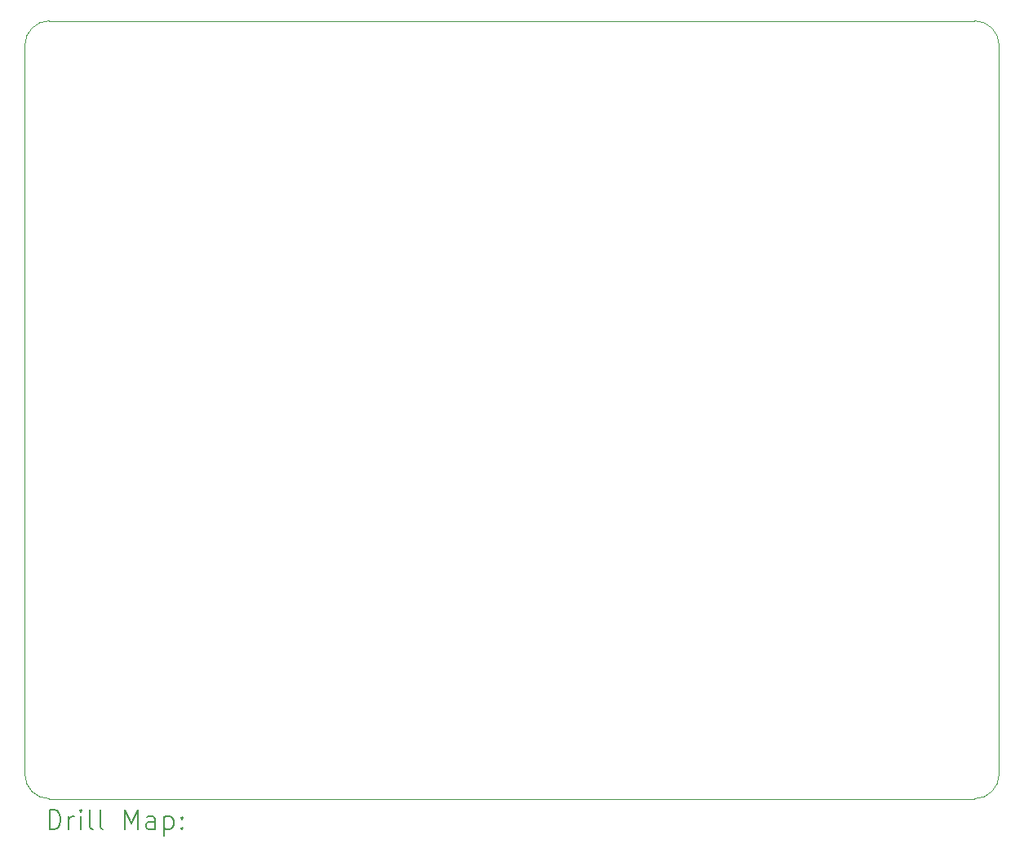
<source format=gbr>
%TF.GenerationSoftware,KiCad,Pcbnew,8.0.3*%
%TF.CreationDate,2025-03-10T19:13:27+09:00*%
%TF.ProjectId,F767ZI_MB_V1.3,46373637-5a49-45f4-9d42-5f56312e332e,rev?*%
%TF.SameCoordinates,Original*%
%TF.FileFunction,Drillmap*%
%TF.FilePolarity,Positive*%
%FSLAX45Y45*%
G04 Gerber Fmt 4.5, Leading zero omitted, Abs format (unit mm)*
G04 Created by KiCad (PCBNEW 8.0.3) date 2025-03-10 19:13:27*
%MOMM*%
%LPD*%
G01*
G04 APERTURE LIST*
%ADD10C,0.100000*%
%ADD11C,0.200000*%
G04 APERTURE END LIST*
D10*
X16764000Y-14072600D02*
X17221200Y-14072600D01*
X7366000Y-13716000D02*
X7366000Y-13818600D01*
X7620000Y-14072600D02*
G75*
G02*
X7366000Y-13818600I0J254000D01*
G01*
X17475200Y-13716000D02*
X17475200Y-13818600D01*
X7366000Y-13716000D02*
X7366000Y-6350000D01*
X16764000Y-5995400D02*
X7620000Y-5995400D01*
X17221200Y-5995400D02*
X16764000Y-5995400D01*
X7366000Y-6249400D02*
X7366000Y-6350000D01*
X17221200Y-5995400D02*
G75*
G02*
X17475200Y-6249400I0J-254000D01*
G01*
X7366000Y-6249400D02*
G75*
G02*
X7620000Y-5995400I254000J0D01*
G01*
X17475200Y-6249400D02*
X17475200Y-6350000D01*
X17475200Y-6350000D02*
X17475200Y-13716000D01*
X17475200Y-13818600D02*
G75*
G02*
X17221200Y-14072600I-254000J0D01*
G01*
X16764000Y-14072600D02*
X7620000Y-14072600D01*
D11*
X7621777Y-14389084D02*
X7621777Y-14189084D01*
X7621777Y-14189084D02*
X7669396Y-14189084D01*
X7669396Y-14189084D02*
X7697967Y-14198608D01*
X7697967Y-14198608D02*
X7717015Y-14217655D01*
X7717015Y-14217655D02*
X7726539Y-14236703D01*
X7726539Y-14236703D02*
X7736062Y-14274798D01*
X7736062Y-14274798D02*
X7736062Y-14303369D01*
X7736062Y-14303369D02*
X7726539Y-14341465D01*
X7726539Y-14341465D02*
X7717015Y-14360512D01*
X7717015Y-14360512D02*
X7697967Y-14379560D01*
X7697967Y-14379560D02*
X7669396Y-14389084D01*
X7669396Y-14389084D02*
X7621777Y-14389084D01*
X7821777Y-14389084D02*
X7821777Y-14255750D01*
X7821777Y-14293846D02*
X7831301Y-14274798D01*
X7831301Y-14274798D02*
X7840824Y-14265274D01*
X7840824Y-14265274D02*
X7859872Y-14255750D01*
X7859872Y-14255750D02*
X7878920Y-14255750D01*
X7945586Y-14389084D02*
X7945586Y-14255750D01*
X7945586Y-14189084D02*
X7936062Y-14198608D01*
X7936062Y-14198608D02*
X7945586Y-14208131D01*
X7945586Y-14208131D02*
X7955110Y-14198608D01*
X7955110Y-14198608D02*
X7945586Y-14189084D01*
X7945586Y-14189084D02*
X7945586Y-14208131D01*
X8069396Y-14389084D02*
X8050348Y-14379560D01*
X8050348Y-14379560D02*
X8040824Y-14360512D01*
X8040824Y-14360512D02*
X8040824Y-14189084D01*
X8174158Y-14389084D02*
X8155110Y-14379560D01*
X8155110Y-14379560D02*
X8145586Y-14360512D01*
X8145586Y-14360512D02*
X8145586Y-14189084D01*
X8402729Y-14389084D02*
X8402729Y-14189084D01*
X8402729Y-14189084D02*
X8469396Y-14331941D01*
X8469396Y-14331941D02*
X8536063Y-14189084D01*
X8536063Y-14189084D02*
X8536063Y-14389084D01*
X8717015Y-14389084D02*
X8717015Y-14284322D01*
X8717015Y-14284322D02*
X8707491Y-14265274D01*
X8707491Y-14265274D02*
X8688444Y-14255750D01*
X8688444Y-14255750D02*
X8650348Y-14255750D01*
X8650348Y-14255750D02*
X8631301Y-14265274D01*
X8717015Y-14379560D02*
X8697967Y-14389084D01*
X8697967Y-14389084D02*
X8650348Y-14389084D01*
X8650348Y-14389084D02*
X8631301Y-14379560D01*
X8631301Y-14379560D02*
X8621777Y-14360512D01*
X8621777Y-14360512D02*
X8621777Y-14341465D01*
X8621777Y-14341465D02*
X8631301Y-14322417D01*
X8631301Y-14322417D02*
X8650348Y-14312893D01*
X8650348Y-14312893D02*
X8697967Y-14312893D01*
X8697967Y-14312893D02*
X8717015Y-14303369D01*
X8812253Y-14255750D02*
X8812253Y-14455750D01*
X8812253Y-14265274D02*
X8831301Y-14255750D01*
X8831301Y-14255750D02*
X8869396Y-14255750D01*
X8869396Y-14255750D02*
X8888444Y-14265274D01*
X8888444Y-14265274D02*
X8897967Y-14274798D01*
X8897967Y-14274798D02*
X8907491Y-14293846D01*
X8907491Y-14293846D02*
X8907491Y-14350988D01*
X8907491Y-14350988D02*
X8897967Y-14370036D01*
X8897967Y-14370036D02*
X8888444Y-14379560D01*
X8888444Y-14379560D02*
X8869396Y-14389084D01*
X8869396Y-14389084D02*
X8831301Y-14389084D01*
X8831301Y-14389084D02*
X8812253Y-14379560D01*
X8993205Y-14370036D02*
X9002729Y-14379560D01*
X9002729Y-14379560D02*
X8993205Y-14389084D01*
X8993205Y-14389084D02*
X8983682Y-14379560D01*
X8983682Y-14379560D02*
X8993205Y-14370036D01*
X8993205Y-14370036D02*
X8993205Y-14389084D01*
X8993205Y-14265274D02*
X9002729Y-14274798D01*
X9002729Y-14274798D02*
X8993205Y-14284322D01*
X8993205Y-14284322D02*
X8983682Y-14274798D01*
X8983682Y-14274798D02*
X8993205Y-14265274D01*
X8993205Y-14265274D02*
X8993205Y-14284322D01*
M02*

</source>
